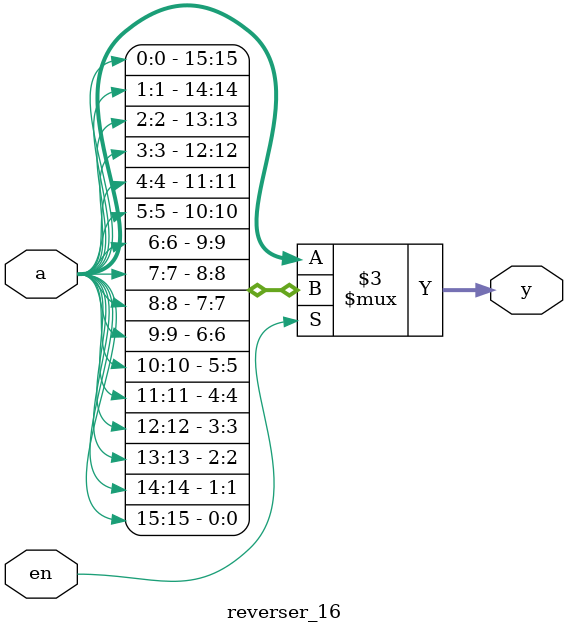
<source format=sv>
`timescale 1ns / 1ps

module reverser_16(
    input logic [15:0] a,
    input logic en,
    output logic [15:0] y
    );
    
    always_comb
        if (en)
            y = {a[0], a[1], a[2], a[3], a[4], a[5], a[6], a[7], a[8], a[9], a[10], a[11], a[12], a[13], a[14], a[15]};
        else
            y = a;
endmodule

</source>
